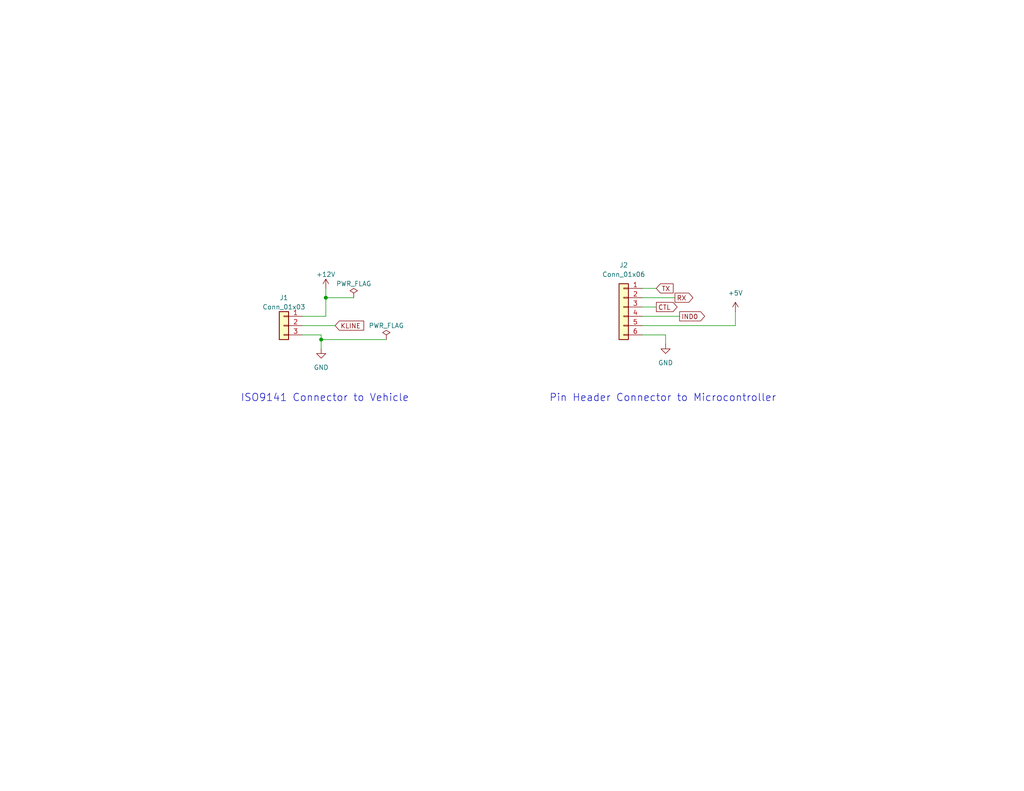
<source format=kicad_sch>
(kicad_sch (version 20231120) (generator "eeschema") (generator_version "8.0")
  (paper "USLetter")
  (title_block (title "ISO9141 Interface Board") (date "2/24/2023") (rev "V2") (company "Copyright (C) Bruce MacKinnon - NOT FOR COMMERCIAL USE"))
  (lib_symbols
    (symbol "Connector_Generic:Conn_01x03" (pin_names (offset 1.016) hide)
      (property "Reference" "J" (at 0 5.08 0))
      (property "Value" "Conn_01x03" (at 0 -5.08 0))
      (symbol "Conn_01x03_1_1"
        (rectangle (start -1.27 -2.413) (end 0 -2.667) (stroke (width 0.1524)))
        (rectangle (start -1.27 0.127) (end 0 -0.127) (stroke (width 0.1524)))
        (rectangle (start -1.27 2.667) (end 0 2.413) (stroke (width 0.1524)))
        (rectangle (start -1.27 3.81) (end 1.27 -3.81) (stroke (width 0.254)) (fill (type background)))
        (pin passive line (at -5.08 2.54 0) (length 3.81) (name "Pin_1") (number "1"))
        (pin passive line (at -5.08 0 0) (length 3.81) (name "Pin_2") (number "2"))
        (pin passive line (at -5.08 -2.54 0) (length 3.81) (name "Pin_3") (number "3"))
      )
    )
    (symbol "Connector_Generic:Conn_01x06" (pin_names (offset 1.016) hide)
      (property "Reference" "J" (at 0 7.62 0))
      (property "Value" "Conn_01x06" (at 0 -10.16 0))
      (symbol "Conn_01x06_1_1"
        (rectangle (start -1.27 -7.493) (end 0 -7.747) (stroke (width 0.1524)))
        (rectangle (start -1.27 -4.953) (end 0 -5.207) (stroke (width 0.1524)))
        (rectangle (start -1.27 -2.413) (end 0 -2.667) (stroke (width 0.1524)))
        (rectangle (start -1.27 0.127) (end 0 -0.127) (stroke (width 0.1524)))
        (rectangle (start -1.27 2.667) (end 0 2.413) (stroke (width 0.1524)))
        (rectangle (start -1.27 5.207) (end 0 4.953) (stroke (width 0.1524)))
        (rectangle (start -1.27 6.35) (end 1.27 -8.89) (stroke (width 0.254)) (fill (type background)))
        (pin passive line (at -5.08 5.08 0) (length 3.81) (name "Pin_1") (number "1"))
        (pin passive line (at -5.08 2.54 0) (length 3.81) (name "Pin_2") (number "2"))
        (pin passive line (at -5.08 0 0) (length 3.81) (name "Pin_3") (number "3"))
        (pin passive line (at -5.08 -2.54 0) (length 3.81) (name "Pin_4") (number "4"))
        (pin passive line (at -5.08 -5.08 0) (length 3.81) (name "Pin_5") (number "5"))
        (pin passive line (at -5.08 -7.62 0) (length 3.81) (name "Pin_6") (number "6"))
      )
    )
    (symbol "power:+12V" (power) (pin_numbers hide) (pin_names (offset 0) hide)
      (property "Value" "+12V" (at 0 3.556 0))
      (symbol "+12V_0_1"
        (polyline (pts (xy -0.762 1.27) (xy 0 2.54)))
        (polyline (pts (xy 0 0) (xy 0 2.54)))
        (polyline (pts (xy 0 2.54) (xy 0.762 1.27)))
      )
      (symbol "+12V_1_1"
        (pin power_in line (at 0 0 90) (length 0) (name "~") (number "1"))
      )
    )
    (symbol "power:+5V" (power) (pin_numbers hide) (pin_names (offset 0) hide)
      (property "Value" "+5V" (at 0 3.556 0))
      (symbol "+5V_0_1"
        (polyline (pts (xy -0.762 1.27) (xy 0 2.54)))
        (polyline (pts (xy 0 0) (xy 0 2.54)))
        (polyline (pts (xy 0 2.54) (xy 0.762 1.27)))
      )
      (symbol "+5V_1_1"
        (pin power_in line (at 0 0 90) (length 0) (name "~") (number "1"))
      )
    )
    (symbol "power:GND" (power) (pin_numbers hide) (pin_names (offset 0) hide)
      (property "Value" "GND" (at 0 -3.81 0))
      (symbol "GND_0_1"
        (polyline (pts (xy 0 0) (xy 0 -1.27) (xy 1.27 -1.27) (xy 0 -2.54) (xy -1.27 -1.27) (xy 0 -1.27)))
      )
      (symbol "GND_1_1"
        (pin power_in line (at 0 0 270) (length 0) (name "~") (number "1"))
      )
    )
    (symbol "power:PWR_FLAG" (power) (pin_numbers hide) (pin_names (offset 0) hide)
      (property "Value" "PWR_FLAG" (at 0 3.81 0))
      (symbol "PWR_FLAG_0_0"
        (pin power_out line (at 0 0 90) (length 0) (name "~") (number "1"))
      )
      (symbol "PWR_FLAG_0_1"
        (polyline (pts (xy 0 0) (xy 0 1.27) (xy -1.016 1.905) (xy 0 2.54) (xy 1.016 1.905) (xy 0 1.27)))
      )
    )
  )
  (junction (at 87.63 92.71))
  (junction (at 88.9 81.28))
  (wire (pts (xy 175.26 88.9) (xy 200.66 88.9)))
  (wire (pts (xy 175.26 78.74) (xy 179.07 78.74)))
  (wire (pts (xy 82.55 91.44) (xy 87.63 91.44)))
  (wire (pts (xy 88.9 81.28) (xy 88.9 78.74)))
  (wire (pts (xy 175.26 91.44) (xy 181.61 91.44)))
  (wire (pts (xy 87.63 92.71) (xy 87.63 95.25)))
  (wire (pts (xy 175.26 83.82) (xy 179.07 83.82)))
  (wire (pts (xy 82.55 88.9) (xy 91.44 88.9)))
  (wire (pts (xy 175.26 86.36) (xy 185.42 86.36)))
  (wire (pts (xy 82.55 86.36) (xy 88.9 86.36)))
  (wire (pts (xy 88.9 81.28) (xy 96.52 81.28)))
  (wire (pts (xy 175.26 81.28) (xy 184.15 81.28)))
  (wire (pts (xy 88.9 86.36) (xy 88.9 81.28)))
  (wire (pts (xy 87.63 92.71) (xy 105.41 92.71)))
  (wire (pts (xy 200.66 88.9) (xy 200.66 85.09)))
  (wire (pts (xy 87.63 91.44) (xy 87.63 92.71)))
  (wire (pts (xy 181.61 91.44) (xy 181.61 93.98)))
  (text "Pin Header Connector to Microcontroller" (at 180.848 108.712 0) (effects (font (size 2 2))))
  (text "ISO9141 Connector to Vehicle" (at 88.646 108.712 0) (effects (font (size 2 2))))
  (global_label "TX" (shape input) (at 179.07 78.74 0) (property "Intersheetrefs" "${INTERSHEET_REFS}" (effects (hide yes))))
  (global_label "KLINE" (shape input) (at 91.44 88.9 0) (property "Intersheetrefs" "${INTERSHEET_REFS}" (effects (hide yes))))
  (global_label "IND0" (shape output) (at 185.42 86.36 0) (property "Intersheetrefs" "${INTERSHEET_REFS}" (effects (hide yes))))
  (global_label "CTL" (shape output) (at 179.07 83.82 0) (property "Intersheetrefs" "${INTERSHEET_REFS}" (effects (hide yes))))
  (global_label "RX" (shape output) (at 184.15 81.28 0) (property "Intersheetrefs" "${INTERSHEET_REFS}" (effects (hide yes))))
  (symbol (lib_id "power:+5V") (at 200.66 85.09 0) (unit 1)
    (property "Reference" "#PWR09" (effects (hide yes)))
    (property "Value" "+5V" (at 200.66 80.01 0))
    (property "Description" "Power symbol creates a global label with name \"+5V\"" (effects (hide yes)))
  )
  (symbol (lib_id "Connector_Generic:Conn_01x03") (at 77.47 88.9 0) (mirror y) (unit 1)
    (property "Reference" "J1" (at 77.47 81.28 0))
    (property "Value" "Conn_01x03" (at 77.47 83.82 0))
    (property "Footprint" "Connector_PinHeader_2.54mm:PinHeader_1x03_P2.54mm_Vertical" (effects (hide yes)))
    (property "Description" "Generic connector, single row, 01x03, script generated (kicad-library-utils/schlib/autogen/connector/)" (effects (hide yes)))
  )
  (symbol (lib_id "power:GND") (at 87.63 95.25 0) (unit 1)
    (property "Reference" "#PWR01" (effects (hide yes)))
    (property "Value" "GND" (at 87.63 100.33 0))
    (property "Description" "Power symbol creates a global label with name \"GND\" , ground" (effects (hide yes)))
  )
  (symbol (lib_id "power:PWR_FLAG") (at 96.52 81.28 0) (unit 1)
    (property "Reference" "#FLG01" (effects (hide yes)))
    (property "Value" "PWR_FLAG" (at 96.52 77.47 0))
    (property "Description" "Special symbol for telling ERC where power comes from" (effects (hide yes)))
  )
  (symbol (lib_id "power:PWR_FLAG") (at 105.41 92.71 0) (unit 1)
    (property "Reference" "#FLG02" (effects (hide yes)))
    (property "Value" "PWR_FLAG" (at 105.41 88.9 0))
    (property "Description" "Special symbol for telling ERC where power comes from" (effects (hide yes)))
  )
  (symbol (lib_id "power:GND") (at 181.61 93.98 0) (unit 1)
    (property "Reference" "#PWR08" (effects (hide yes)))
    (property "Value" "GND" (at 181.61 99.06 0))
    (property "Description" "Power symbol creates a global label with name \"GND\" , ground" (effects (hide yes)))
  )
  (symbol (lib_id "Connector_Generic:Conn_01x06") (at 170.18 83.82 0) (mirror y) (unit 1)
    (property "Reference" "J2" (at 170.18 72.39 0))
    (property "Value" "Conn_01x06" (at 170.18 74.93 0))
    (property "Footprint" "Connector_PinHeader_2.54mm:PinHeader_1x06_P2.54mm_Vertical" (effects (hide yes)))
    (property "Description" "Generic connector, single row, 01x06, script generated (kicad-library-utils/schlib/autogen/connector/)" (effects (hide yes)))
  )
  (symbol (lib_id "power:+12V") (at 88.9 78.74 0) (unit 1)
    (property "Reference" "#PWR02" (effects (hide yes)))
    (property "Value" "+12V" (at 88.9 74.93 0))
    (property "Description" "Power symbol creates a global label with name \"+12V\"" (effects (hide yes)))
  )
)
</source>
